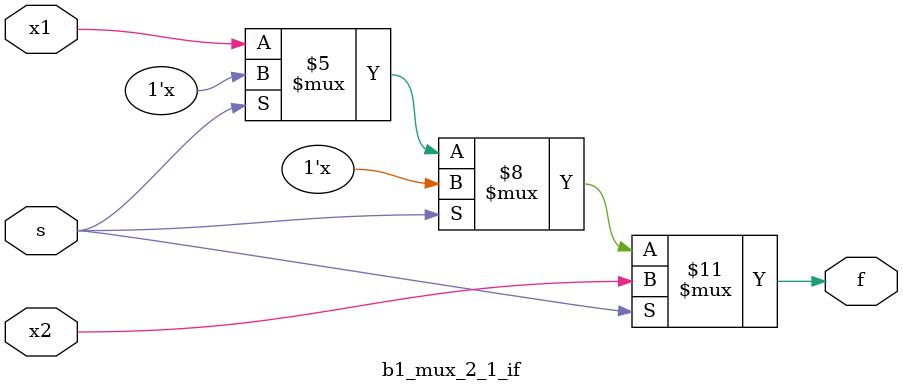
<source format=v>
module b1_mux_2_1_if
(
input x1 ,
input x2 ,
input s,
output reg f
);
always@ (*)
begin
if(s == 1)
f = x2;
else if (s == 0)
f = x1;
end
endmodule

</source>
